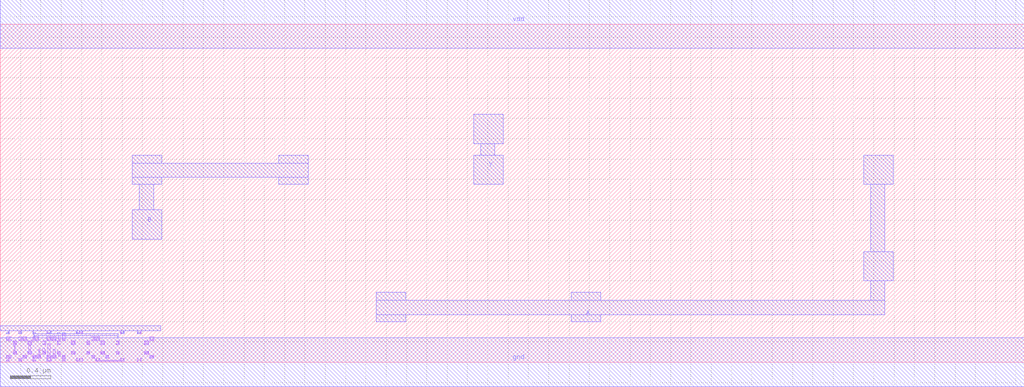
<source format=lef>
VERSION 5.7 ;
  NOWIREEXTENSIONATPIN ON ;
  DIVIDERCHAR "/" ;
  BUSBITCHARS "[]" ;
MACRO XNOR2X1
  CLASS CORE ;
  FOREIGN XNOR2X1 ;
  ORIGIN 0.000 0.000 ;
  SIZE 10.080 BY 3.330 ;
  SYMMETRY X Y R90 ;
  SITE unit ;
  PIN vdd
    DIRECTION INOUT ;
    USE POWER ;
    SHAPE ABUTMENT ;
    PORT
      LAYER met1 ;
        RECT 0.000 3.090 10.080 3.570 ;
    END
  END vdd
  PIN gnd
    DIRECTION INOUT ;
    USE GROUND ;
    SHAPE ABUTMENT ;
    PORT
      LAYER met1 ;
        RECT 0.000 0.310 1.580 0.360 ;
        RECT 0.080 0.290 0.090 0.310 ;
        RECT 0.200 0.290 0.210 0.310 ;
        RECT 0.060 0.280 0.090 0.290 ;
        RECT 0.180 0.280 0.210 0.290 ;
        RECT 0.320 0.290 0.330 0.310 ;
        RECT 0.490 0.290 0.500 0.310 ;
        RECT 0.750 0.290 0.760 0.310 ;
        RECT 0.800 0.300 0.810 0.310 ;
        RECT 1.210 0.290 1.220 0.310 ;
        RECT 0.320 0.280 0.350 0.290 ;
        RECT 0.470 0.280 0.500 0.290 ;
        RECT 0.560 0.280 0.590 0.290 ;
        RECT 0.610 0.280 0.640 0.290 ;
        RECT 0.750 0.280 0.780 0.290 ;
        RECT 1.190 0.280 1.220 0.290 ;
        RECT 1.350 0.290 1.360 0.310 ;
        RECT 1.350 0.280 1.380 0.290 ;
        RECT 0.330 0.260 1.160 0.280 ;
        RECT 0.330 0.240 0.340 0.260 ;
        RECT 1.150 0.240 1.160 0.260 ;
        RECT 0.000 -0.240 10.080 0.240 ;
    END
  END gnd
  PIN Y
    DIRECTION INOUT ;
    USE SIGNAL ;
    SHAPE ABUTMENT ;
    PORT
      LAYER met1 ;
        RECT 4.660 2.150 4.950 2.440 ;
        RECT 4.730 2.040 4.870 2.150 ;
        RECT 4.660 1.750 4.950 2.040 ;
    END
  END Y
  PIN A
    DIRECTION INOUT ;
    USE SIGNAL ;
    SHAPE ABUTMENT ;
    PORT
      LAYER met1 ;
        RECT 8.500 1.750 8.790 2.040 ;
        RECT 8.570 1.090 8.710 1.750 ;
        RECT 8.500 0.800 8.790 1.090 ;
        RECT 3.700 0.610 3.990 0.690 ;
        RECT 5.620 0.610 5.910 0.690 ;
        RECT 8.570 0.610 8.710 0.800 ;
        RECT 3.700 0.470 8.710 0.610 ;
        RECT 3.700 0.400 3.990 0.470 ;
        RECT 5.620 0.400 5.910 0.470 ;
    END
  END A
  PIN B
    DIRECTION INOUT ;
    USE SIGNAL ;
    SHAPE ABUTMENT ;
    PORT
      LAYER met1 ;
        RECT 1.300 1.960 1.590 2.040 ;
        RECT 2.740 1.960 3.030 2.040 ;
        RECT 1.300 1.820 3.030 1.960 ;
        RECT 1.300 1.750 1.590 1.820 ;
        RECT 2.740 1.750 3.030 1.820 ;
        RECT 1.370 1.500 1.510 1.750 ;
        RECT 1.300 1.210 1.590 1.500 ;
    END
  END B
  OBS
      LAYER li1 ;
        RECT 0.080 0.290 0.090 0.310 ;
        RECT 0.060 0.280 0.090 0.290 ;
      LAYER li1 ;
        RECT 0.180 0.290 0.200 0.310 ;
      LAYER li1 ;
        RECT 0.200 0.290 0.210 0.310 ;
        RECT 0.180 0.280 0.210 0.290 ;
        RECT 0.320 0.290 0.330 0.310 ;
        RECT 0.460 0.290 0.470 0.310 ;
        RECT 0.490 0.290 0.500 0.310 ;
        RECT 0.750 0.290 0.760 0.310 ;
        RECT 0.780 0.290 0.790 0.310 ;
        RECT 0.800 0.290 0.810 0.310 ;
        RECT 0.320 0.280 0.350 0.290 ;
        RECT 0.460 0.280 0.500 0.290 ;
        RECT 0.610 0.280 0.640 0.290 ;
        RECT 0.750 0.280 0.810 0.290 ;
        RECT 1.180 0.290 1.190 0.310 ;
        RECT 1.210 0.290 1.220 0.310 ;
        RECT 1.180 0.280 1.220 0.290 ;
        RECT 1.350 0.290 1.360 0.310 ;
        RECT 1.380 0.290 1.390 0.310 ;
        RECT 1.350 0.280 1.390 0.290 ;
        RECT 0.610 0.260 0.620 0.280 ;
        RECT 0.630 0.260 0.640 0.280 ;
        RECT 0.060 0.240 0.110 0.250 ;
        RECT 0.180 0.240 0.210 0.250 ;
      LAYER li1 ;
        RECT 0.060 0.220 0.080 0.240 ;
      LAYER li1 ;
        RECT 0.080 0.220 0.090 0.240 ;
        RECT 0.200 0.220 0.210 0.240 ;
        RECT 0.060 0.210 0.110 0.220 ;
        RECT 0.180 0.210 0.210 0.220 ;
        RECT 0.220 0.240 0.260 0.250 ;
        RECT 0.220 0.220 0.230 0.240 ;
        RECT 0.250 0.220 0.260 0.240 ;
        RECT 0.220 0.210 0.260 0.220 ;
        RECT 0.320 0.240 0.380 0.250 ;
        RECT 0.320 0.220 0.330 0.240 ;
        RECT 0.340 0.220 0.350 0.240 ;
        RECT 0.370 0.220 0.380 0.240 ;
        RECT 0.320 0.210 0.380 0.220 ;
        RECT 0.460 0.240 0.500 0.250 ;
        RECT 0.460 0.220 0.470 0.240 ;
        RECT 0.490 0.220 0.500 0.240 ;
        RECT 0.460 0.210 0.500 0.220 ;
        RECT 0.510 0.240 0.550 0.250 ;
        RECT 0.510 0.220 0.520 0.240 ;
        RECT 0.540 0.220 0.550 0.240 ;
        RECT 0.510 0.210 0.550 0.220 ;
        RECT 0.570 0.210 0.590 0.260 ;
        RECT 0.610 0.240 0.640 0.260 ;
        RECT 0.900 0.240 0.930 0.250 ;
        RECT 0.610 0.220 0.620 0.240 ;
        RECT 0.630 0.220 0.640 0.240 ;
        RECT 0.920 0.220 0.930 0.240 ;
        RECT 0.610 0.210 0.640 0.220 ;
        RECT 0.900 0.210 0.930 0.220 ;
        RECT 0.940 0.240 0.980 0.250 ;
        RECT 0.940 0.220 0.950 0.240 ;
        RECT 0.970 0.220 0.980 0.240 ;
        RECT 0.940 0.210 0.980 0.220 ;
        RECT 1.470 0.240 1.510 0.250 ;
        RECT 1.470 0.220 1.480 0.240 ;
        RECT 1.500 0.220 1.510 0.240 ;
        RECT 1.470 0.210 1.510 0.220 ;
        RECT 0.130 0.200 0.160 0.210 ;
        RECT 0.130 0.180 0.140 0.200 ;
      LAYER li1 ;
        RECT 0.140 0.180 0.150 0.200 ;
      LAYER li1 ;
        RECT 0.150 0.180 0.160 0.200 ;
        RECT 0.130 0.170 0.160 0.180 ;
        RECT 0.270 0.200 0.310 0.210 ;
        RECT 0.420 0.200 0.450 0.210 ;
        RECT 0.270 0.180 0.280 0.200 ;
        RECT 0.300 0.180 0.310 0.200 ;
        RECT 0.440 0.180 0.450 0.200 ;
        RECT 0.560 0.200 0.590 0.210 ;
        RECT 0.700 0.200 0.740 0.210 ;
        RECT 0.560 0.180 0.570 0.200 ;
        RECT 0.700 0.180 0.710 0.200 ;
        RECT 0.730 0.180 0.740 0.200 ;
        RECT 0.270 0.170 0.310 0.180 ;
        RECT 0.420 0.170 0.450 0.180 ;
        RECT 0.140 0.110 0.150 0.170 ;
        RECT 0.280 0.110 0.300 0.170 ;
        RECT 0.130 0.100 0.160 0.110 ;
        RECT 0.130 0.090 0.140 0.100 ;
      LAYER li1 ;
        RECT 0.140 0.090 0.150 0.100 ;
      LAYER li1 ;
        RECT 0.150 0.090 0.160 0.100 ;
        RECT 0.130 0.080 0.160 0.090 ;
        RECT 0.270 0.100 0.310 0.110 ;
        RECT 0.270 0.090 0.280 0.100 ;
        RECT 0.300 0.090 0.310 0.100 ;
        RECT 0.270 0.080 0.310 0.090 ;
        RECT 0.380 0.070 0.390 0.130 ;
        RECT 0.420 0.110 0.440 0.140 ;
        RECT 0.420 0.100 0.450 0.110 ;
        RECT 0.440 0.090 0.450 0.100 ;
        RECT 0.420 0.080 0.450 0.090 ;
        RECT 0.470 0.070 0.490 0.180 ;
        RECT 0.560 0.170 0.590 0.180 ;
        RECT 0.700 0.170 0.740 0.180 ;
        RECT 0.850 0.200 0.880 0.210 ;
        RECT 0.850 0.180 0.860 0.200 ;
        RECT 0.870 0.180 0.880 0.200 ;
        RECT 0.850 0.170 0.880 0.180 ;
        RECT 0.990 0.200 1.030 0.210 ;
        RECT 1.140 0.200 1.170 0.210 ;
        RECT 0.990 0.180 1.000 0.200 ;
        RECT 1.020 0.180 1.030 0.200 ;
        RECT 1.160 0.180 1.170 0.200 ;
        RECT 0.990 0.170 1.030 0.180 ;
        RECT 1.140 0.170 1.170 0.180 ;
        RECT 1.420 0.200 1.460 0.210 ;
        RECT 1.420 0.180 1.430 0.200 ;
        RECT 1.450 0.180 1.460 0.200 ;
        RECT 1.420 0.170 1.460 0.180 ;
        RECT 0.520 0.070 0.540 0.130 ;
        RECT 0.560 0.100 0.590 0.110 ;
        RECT 0.700 0.100 0.740 0.110 ;
        RECT 0.560 0.090 0.570 0.100 ;
        RECT 0.700 0.090 0.710 0.100 ;
        RECT 0.730 0.090 0.740 0.100 ;
        RECT 0.560 0.080 0.590 0.090 ;
        RECT 0.700 0.080 0.740 0.090 ;
        RECT 0.850 0.100 0.880 0.110 ;
        RECT 0.850 0.090 0.860 0.100 ;
        RECT 0.870 0.090 0.880 0.100 ;
        RECT 0.850 0.080 0.880 0.090 ;
        RECT 0.990 0.100 1.030 0.110 ;
        RECT 1.140 0.100 1.170 0.110 ;
        RECT 0.990 0.090 1.000 0.100 ;
        RECT 1.020 0.090 1.030 0.100 ;
        RECT 1.160 0.090 1.170 0.100 ;
        RECT 0.990 0.080 1.030 0.090 ;
        RECT 1.140 0.080 1.170 0.090 ;
        RECT 1.420 0.100 1.460 0.110 ;
        RECT 1.420 0.090 1.430 0.100 ;
        RECT 1.450 0.090 1.460 0.100 ;
        RECT 1.420 0.080 1.460 0.090 ;
        RECT 0.060 0.060 0.110 0.070 ;
        RECT 0.220 0.060 0.260 0.070 ;
      LAYER li1 ;
        RECT 0.060 0.050 0.080 0.060 ;
      LAYER li1 ;
        RECT 0.080 0.050 0.090 0.060 ;
        RECT 0.220 0.050 0.230 0.060 ;
        RECT 0.250 0.050 0.260 0.060 ;
        RECT 0.060 0.040 0.110 0.050 ;
        RECT 0.220 0.040 0.260 0.050 ;
        RECT 0.320 0.060 0.400 0.070 ;
        RECT 0.320 0.050 0.330 0.060 ;
        RECT 0.340 0.050 0.350 0.060 ;
        RECT 0.370 0.050 0.380 0.060 ;
        RECT 0.390 0.050 0.400 0.060 ;
        RECT 0.320 0.040 0.400 0.050 ;
        RECT 0.460 0.060 0.500 0.070 ;
        RECT 0.460 0.050 0.470 0.060 ;
        RECT 0.490 0.050 0.500 0.060 ;
        RECT 0.460 0.040 0.500 0.050 ;
        RECT 0.510 0.060 0.550 0.070 ;
        RECT 0.570 0.060 0.590 0.080 ;
        RECT 0.610 0.060 0.640 0.070 ;
        RECT 0.900 0.060 0.930 0.070 ;
        RECT 0.510 0.050 0.520 0.060 ;
        RECT 0.540 0.050 0.550 0.060 ;
        RECT 0.510 0.040 0.550 0.050 ;
        RECT 0.610 0.050 0.620 0.060 ;
        RECT 0.630 0.050 0.640 0.060 ;
        RECT 0.920 0.050 0.930 0.060 ;
        RECT 0.610 0.040 0.640 0.050 ;
        RECT 0.900 0.040 0.930 0.050 ;
        RECT 1.040 0.060 1.070 0.070 ;
        RECT 1.470 0.060 1.510 0.070 ;
        RECT 1.040 0.050 1.050 0.060 ;
        RECT 1.470 0.050 1.480 0.060 ;
        RECT 1.500 0.050 1.510 0.060 ;
        RECT 1.040 0.040 1.070 0.050 ;
        RECT 1.470 0.040 1.510 0.050 ;
        RECT 0.080 0.020 0.090 0.040 ;
        RECT 0.060 0.010 0.090 0.020 ;
      LAYER li1 ;
        RECT 0.180 0.020 0.200 0.040 ;
      LAYER li1 ;
        RECT 0.200 0.020 0.210 0.040 ;
        RECT 0.180 0.010 0.210 0.020 ;
        RECT 0.320 0.020 0.330 0.040 ;
        RECT 0.460 0.020 0.470 0.040 ;
        RECT 0.490 0.020 0.500 0.040 ;
        RECT 0.320 0.010 0.350 0.020 ;
        RECT 0.460 0.010 0.500 0.020 ;
        RECT 0.610 0.010 0.620 0.040 ;
        RECT 0.630 0.010 0.640 0.040 ;
        RECT 0.750 0.020 0.760 0.040 ;
        RECT 0.780 0.020 0.790 0.040 ;
        RECT 0.750 0.010 0.790 0.020 ;
        RECT 0.800 0.010 0.810 0.040 ;
        RECT 0.940 0.020 0.950 0.040 ;
        RECT 0.970 0.020 0.980 0.040 ;
        RECT 1.180 0.020 1.190 0.040 ;
        RECT 1.210 0.020 1.220 0.040 ;
        RECT 0.940 0.010 1.220 0.020 ;
        RECT 1.350 0.010 1.360 0.040 ;
        RECT 1.380 0.010 1.390 0.040 ;
  END
END XNOR2X1
END LIBRARY


</source>
